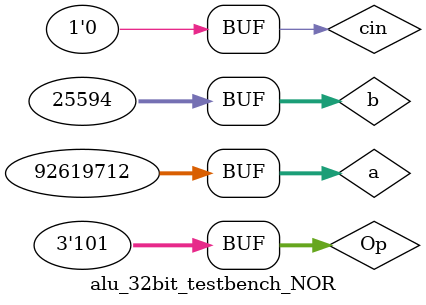
<source format=v>
`define DELAY 20
module alu_32bit_testbench_NOR();




reg [31:0] a;
reg [31:0] b;
reg cin;
reg [2:0] Op;

wire [31:0] R;
wire cout, V, S;

/*
module alu_32bit(a, b, Aluop, cin, cout, R, S, V);
input [2:0] Aluop;
input [31:0] a;
input [31:0] b;
output [31:0] R;
input cin;
output cout ,S, V;
*/

alu_32bit myALU(a, b, Op, cin, cout, R, S, V);

initial begin

//NOR
a = 32'b10101010101010101010101010101010; 
b = 32'b01010101010101010101010101010101; 
cin = 1'b0;
Op = 3'b101;
#`DELAY;


a = 32'b01010101010101010100000000000000; 
b = 32'b00110000101000111110101010101010; 
cin = 1'b0;
Op = 3'b101;
#`DELAY;

a = 32'b01010101010101010100001111000000; 
b = 32'b00000000101001100110101010101010; 
cin = 1'b0;
Op = 3'b101;
#`DELAY;

a = 32'b01000101100001010100001111000000; 
b = 32'b00011100101110000110000000101010; 
cin = 1'b0;
Op = 3'b101;
#`DELAY;

a = 32'b01010101010101010111001111000000; 
b = 32'b00011110101001100110101010101010; 
cin = 1'b0;
Op = 3'b101;
#`DELAY;

a = 32'b00000101100001010100001111000000; 
b = 32'b00000000000000000110001111111010; 
cin = 1'b0;
Op = 3'b101;
#`DELAY;

end


initial begin

$monitor("time = %2d, \na=%32b,\nb=%32b, \nR=%32b,\n cin =%1b, cout=%1b, Op%3b V=%1b S=%1b", $time, a, b, R, cin, cout, Op, V, S);

end


endmodule

</source>
